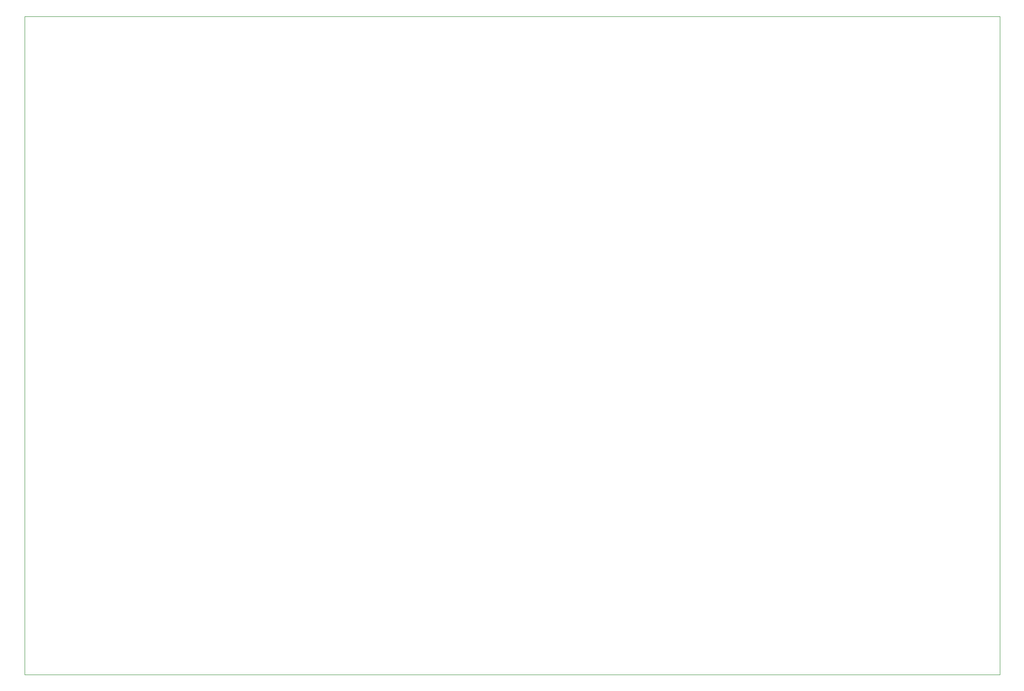
<source format=gbr>
%TF.GenerationSoftware,KiCad,Pcbnew,8.0.9*%
%TF.CreationDate,2025-09-12T10:49:09+02:00*%
%TF.ProjectId,iot_weatherstation_full_vcut,696f745f-7765-4617-9468-657273746174,rev?*%
%TF.SameCoordinates,Original*%
%TF.FileFunction,Profile,NP*%
%FSLAX46Y46*%
G04 Gerber Fmt 4.6, Leading zero omitted, Abs format (unit mm)*
G04 Created by KiCad (PCBNEW 8.0.9) date 2025-09-12 10:49:09*
%MOMM*%
%LPD*%
G01*
G04 APERTURE LIST*
%TA.AperFunction,Profile*%
%ADD10C,0.050000*%
%TD*%
G04 APERTURE END LIST*
D10*
X129311400Y-228040400D02*
X310311400Y-228040400D01*
X310314381Y-105737740D02*
X129314381Y-105737740D01*
X310311400Y-228040400D02*
X310314381Y-105737740D01*
X129314381Y-105737740D02*
X129311400Y-228040400D01*
M02*

</source>
